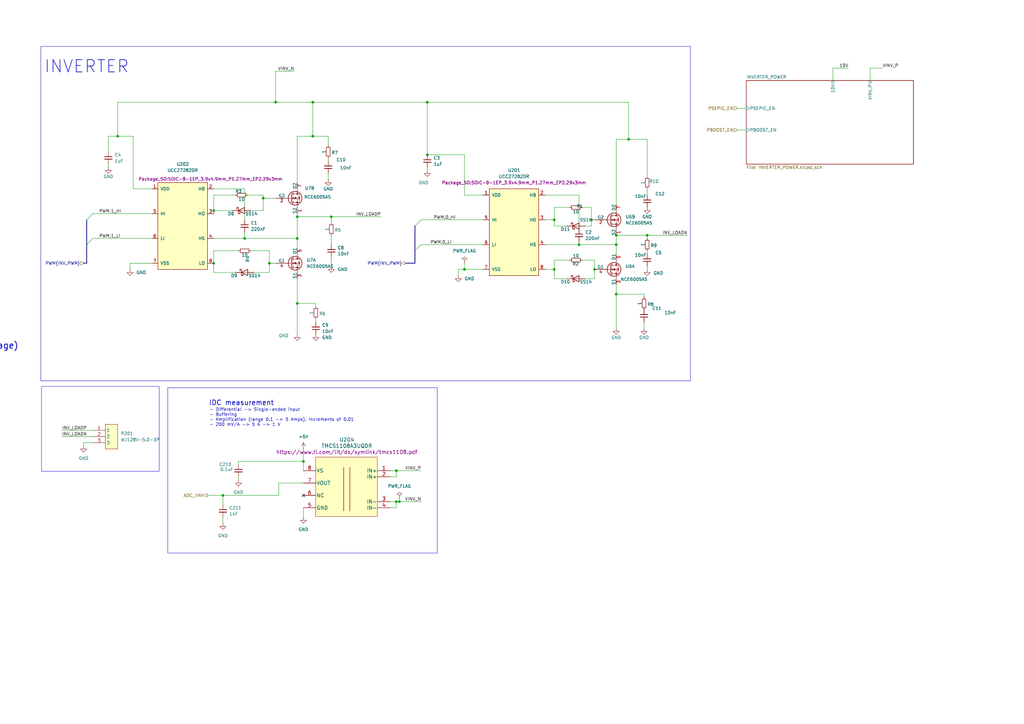
<source format=kicad_sch>
(kicad_sch (version 20250114) (generator "eeschema") (generator_version "9.0")
  (paper "A3")
  (lib_symbols
    (symbol "Device:C_Small" (pin_numbers (hide yes)) (pin_names (offset 0.254) (hide yes))
      (property "Reference" "C" (at 0.254 1.778 0))
      (property "Value" "C_Small" (at 0.254 -2.032 0))
      (symbol "C_Small_0_1"
        (polyline (pts (xy -1.524 0.508) (xy 1.524 0.508)) (stroke (width 0.3048)))
        (polyline (pts (xy -1.524 -0.508) (xy 1.524 -0.508)) (stroke (width 0.3302)))
      )
      (symbol "C_Small_1_1"
        (pin passive line (at 0 2.54 270) (length 2.032) (name "~") (number "1"))
        (pin passive line (at 0 -2.54 90) (length 2.032) (name "~") (number "2"))
      )
    )
    (symbol "Device:R_Small" (pin_numbers (hide yes)) (pin_names (offset 0.254) (hide yes))
      (property "Reference" "R" (at 0 0 90))
      (property "Value" "R_Small" (at 1.778 0 90))
      (symbol "R_Small_0_1"
        (rectangle (start -0.762 1.778) (end 0.762 -1.778) (stroke (width 0.2032)))
      )
      (symbol "R_Small_1_1"
        (pin passive line (at 0 2.54 270) (length 0.762) (name "~") (number "1"))
        (pin passive line (at 0 -2.54 90) (length 0.762) (name "~") (number "2"))
      )
    )
    (symbol "Diode:SS14" (pin_numbers (hide yes)) (pin_names (offset 1.016) (hide yes))
      (property "Reference" "D" (at 0 2.54 0))
      (property "Value" "SS14" (at 0 -2.54 0))
      (symbol "SS14_0_1"
        (polyline (pts (xy -1.905 0.635) (xy -1.905 1.27) (xy -1.27 1.27) (xy -1.27 -1.27) (xy -0.635 -1.27) (xy -0.635 -0.635)) (stroke (width 0.254)))
        (polyline (pts (xy 1.27 1.27) (xy 1.27 -1.27) (xy -1.27 0) (xy 1.27 1.27)) (stroke (width 0.254)))
        (polyline (pts (xy 1.27 0) (xy -1.27 0)))
      )
      (symbol "SS14_1_1"
        (pin passive line (at -3.81 0 0) (length 2.54) (name "K") (number "1"))
        (pin passive line (at 3.81 0 180) (length 2.54) (name "A") (number "2"))
      )
    )
    (symbol "custom_mosfet:NCE6005AS" (pin_names (offset 0))
      (property "Reference" "U" (at 3.81 0 0))
      (property "Value" "NCE6005AS" (at 7.62 -2.54 0))
      (symbol "NCE6005AS_1_1"
        (polyline (pts (xy -3.81 0) (xy -2.286 0)))
        (polyline (pts (xy -2.286 1.905) (xy -2.286 -1.905) (xy -2.286 -1.905)) (stroke (width 0.254)))
        (polyline (pts (xy -1.778 2.286) (xy -1.778 1.27)) (stroke (width 0.254)))
        (polyline (pts (xy -1.778 1.778) (xy 0 1.778)))
        (polyline (pts (xy -1.778 0.508) (xy -1.778 -0.508)) (stroke (width 0.254)))
        (polyline (pts (xy -1.778 0) (xy 0 0)))
        (polyline (pts (xy -1.778 -1.27) (xy -1.778 -2.286)) (stroke (width 0.254)))
        (polyline (pts (xy -1.778 -1.778) (xy 0 -1.778)))
        (polyline (pts (xy -1.524 0) (xy -0.508 0.381) (xy -0.508 -0.381) (xy -1.524 0)) (fill (type outline)))
        (circle (center -0.889 0) (radius 2.8194) (stroke (width 0.254)))
        (polyline (pts (xy 0 3.81) (xy 0 1.778)))
        (circle (center 0 1.778) (radius 0.2794) (fill (type outline)))
        (polyline (pts (xy 0 -1.778) (xy 0 0)))
        (polyline (pts (xy 0 -1.778) (xy 0 -3.81)))
        (polyline (pts (xy 0 -1.778) (xy 0.762 -1.778) (xy 0.762 1.778) (xy 0 1.778)))
        (circle (center 0 -1.778) (radius 0.2794) (fill (type outline)))
        (polyline (pts (xy 0.254 0.508) (xy 0.381 0.381) (xy 1.143 0.381) (xy 1.27 0.254)))
        (polyline (pts (xy 0.762 0.381) (xy 0.381 -0.254) (xy 1.143 -0.254) (xy 0.762 0.381)))
        (pin input line (at -8.89 0 0) (length 5.08) (name "G1") (number "4"))
        (pin passive line (at 0 6.35 270) (length 2.54) (name "D1") (number "5"))
        (pin passive line (at 0 6.35 270) (length 2.54) (hide yes) (name "D1") (number "6"))
        (pin passive line (at 0 -6.35 90) (length 2.54) (name "S1") (number "3"))
      )
      (symbol "NCE6005AS_2_1"
        (polyline (pts (xy -3.81 0) (xy -2.286 0)))
        (polyline (pts (xy -2.286 1.905) (xy -2.286 -1.905) (xy -2.286 -1.905)) (stroke (width 0.254)))
        (polyline (pts (xy -1.778 2.286) (xy -1.778 1.27)) (stroke (width 0.254)))
        (polyline (pts (xy -1.778 1.778) (xy 0 1.778)))
        (polyline (pts (xy -1.778 0.508) (xy -1.778 -0.508)) (stroke (width 0.254)))
        (polyline (pts (xy -1.778 0) (xy 0 0)))
        (polyline (pts (xy -1.778 -1.27) (xy -1.778 -2.286)) (stroke (width 0.254)))
        (polyline (pts (xy -1.778 -1.778) (xy 0 -1.778)))
        (polyline (pts (xy -1.524 0) (xy -0.508 0.381) (xy -0.508 -0.381) (xy -1.524 0)) (fill (type outline)))
        (circle (center -0.889 0) (radius 2.8194) (stroke (width 0.254)))
        (polyline (pts (xy 0 3.81) (xy 0 1.778)))
        (circle (center 0 1.778) (radius 0.2794) (fill (type outline)))
        (polyline (pts (xy 0 -1.778) (xy 0 0)))
        (polyline (pts (xy 0 -1.778) (xy 0 -3.81)))
        (polyline (pts (xy 0 -1.778) (xy 0.762 -1.778) (xy 0.762 1.778) (xy 0 1.778)))
        (circle (center 0 -1.778) (radius 0.2794) (fill (type outline)))
        (polyline (pts (xy 0.254 0.508) (xy 0.381 0.381) (xy 1.143 0.381) (xy 1.27 0.254)))
        (polyline (pts (xy 0.762 0.381) (xy 0.381 -0.254) (xy 1.143 -0.254) (xy 0.762 0.381)))
        (pin input line (at -8.89 0 0) (length 5.08) (name "G2") (number "2"))
        (pin passive line (at 0 6.35 270) (length 2.54) (name "D2") (number "7"))
        (pin passive line (at 0 6.35 270) (length 2.54) (hide yes) (name "D2") (number "8"))
        (pin passive line (at 0 -6.35 90) (length 2.54) (name "S2") (number "1"))
      )
    )
    (symbol "iw-connector:WJ128V-5.0-3P"
      (property "Reference" "P" (at 0 0 0))
      (property "Value" "WJ128V-5.0-3P" (at 0 -10.16 0))
      (symbol "WJ128V-5.0-3P_0_1"
        (rectangle (start -5.08 5.08) (end 5.08 0) (fill (type background)))
      )
      (symbol "WJ128V-5.0-3P_1_1"
        (pin passive line (at -2.54 -5.08 90) (length 5.08) (name "1") (number "1"))
        (pin passive line (at 0 -5.08 90) (length 5.08) (name "2") (number "2"))
        (pin passive line (at 2.54 -5.08 90) (length 5.08) (name "3") (number "3"))
      )
    )
    (symbol "iw-power:TMCS1108A3UQDR" (pin_names (offset 0.254))
      (property "Reference" "U" (at 0 2.54 0))
      (property "Value" "TMCS1108A3UQDR" (at -6.35 5.08 0))
      (property "Datasheet" "https://www.ti.com/lit/ds/symlink/tmcs1108.pdf" (at 0 0 0))
      (symbol "TMCS1108A3UQDR_1_1"
        (rectangle (start 5.334 5.588) (end 30.48 -18.796) (fill (type background)))
        (polyline (pts (xy 16.51 1.27) (xy 16.51 -16.51)) (stroke (width 0.2032)))
        (polyline (pts (xy 19.05 1.27) (xy 19.05 -16.51)) (stroke (width 0.2032)))
        (pin passive line (at 0 0 0) (length 5.08) (name "IN+") (number "1"))
        (pin passive line (at 0 -2.54 0) (length 5.08) (name "IN+") (number "2"))
        (pin passive line (at 0 -12.7 0) (length 5.08) (name "IN-") (number "3"))
        (pin passive line (at 0 -15.24 0) (length 5.08) (name "IN-") (number "4"))
        (pin power_in line (at 35.56 0 180) (length 5.08) (name "VS") (number "8"))
        (pin output line (at 35.56 -5.08 180) (length 5.08) (name "VOUT") (number "7"))
        (pin no_connect line (at 35.56 -10.16 180) (length 5.08) (name "NC") (number "6"))
        (pin power_in line (at 35.56 -15.24 180) (length 5.08) (name "GND") (number "5"))
      )
    )
    (symbol "iw-power:UCC27282DR" (pin_names (offset 1.016))
      (property "Reference" "U3" (at 0 22.86 0))
      (property "Value" "UCC27282DR" (at 0 20.32 0))
      (property "Footprint" "Package_SO:SOIC-8-1EP_3.9x4.9mm_P1.27mm_EP2.29x3mm" (at 13.97 29.464 0))
      (symbol "UCC27282DR_0_1"
        (rectangle (start -10.16 17.78) (end 10.16 -17.78) (stroke (width 0.2032)) (fill (type background)))
      )
      (symbol "UCC27282DR_1_1"
        (pin power_in line (at -12.7 15.24 0) (length 2.54) (name "VDD") (number "1"))
        (pin input line (at -12.7 5.08 0) (length 2.54) (name "HI") (number "5"))
        (pin input line (at -12.7 -5.08 0) (length 2.54) (name "LI") (number "6"))
        (pin power_in line (at -12.7 -15.24 0) (length 2.54) (name "VSS") (number "7"))
        (pin passive line (at 12.7 15.24 180) (length 2.54) (name "HB") (number "2"))
        (pin output line (at 12.7 5.08 180) (length 2.54) (name "HO") (number "3"))
        (pin output line (at 12.7 -5.08 180) (length 2.54) (name "HS") (number "4"))
        (pin output line (at 12.7 -15.24 180) (length 2.54) (name "LO") (number "8"))
      )
    )
    (symbol "power:+6V" (power) (pin_numbers (hide yes)) (pin_names (offset 0) (hide yes))
      (property "Value" "+6V" (at 0 3.556 0))
      (symbol "+6V_0_1"
        (polyline (pts (xy -0.762 1.27) (xy 0 2.54)))
        (polyline (pts (xy 0 2.54) (xy 0.762 1.27)))
        (polyline (pts (xy 0 0) (xy 0 2.54)))
      )
      (symbol "+6V_1_1"
        (pin power_in line (at 0 0 90) (length 0) (name "~") (number "1"))
      )
    )
    (symbol "power:GND" (power) (pin_numbers (hide yes)) (pin_names (offset 0) (hide yes))
      (property "Value" "GND" (at 0 -3.81 0))
      (symbol "GND_0_1"
        (polyline (pts (xy 0 0) (xy 0 -1.27) (xy 1.27 -1.27) (xy 0 -2.54) (xy -1.27 -1.27) (xy 0 -1.27)))
      )
      (symbol "GND_1_1"
        (pin power_in line (at 0 0 270) (length 0) (name "~") (number "1"))
      )
    )
    (symbol "power:PWR_FLAG" (power) (pin_numbers (hide yes)) (pin_names (offset 0) (hide yes))
      (property "Value" "PWR_FLAG" (at 0 3.81 0))
      (symbol "PWR_FLAG_0_0"
        (pin power_out line (at 0 0 90) (length 0) (name "~") (number "1"))
      )
      (symbol "PWR_FLAG_0_1"
        (polyline (pts (xy 0 0) (xy 0 1.27) (xy -1.016 1.905) (xy 0 2.54) (xy 1.016 1.905) (xy 0 1.27)))
      )
    )
  )
  (rectangle (start 17.018 158.496) (end 65.278 193.294))
  (rectangle (start 16.764 19.05) (end 283.21 156.21))
  (rectangle (start 68.834 159.004) (end 179.324 226.822))
  (text "INVERTER" (at 35.56 27.432 0) (effects (font (size 5 5) (thickness 0.254) (bold yes))))
  (text "- Differential -> Single-ended input\n- Buffering\n- Amplification (range 0.1 -> 5 Amps), increments of 0.01\n- 200 mV/A -> 5 A -> 1 V" (at 85.852 171.196 0) (effects (font (size 1.27 1.27)) (justify left)))
  (text "Notes:\n- Make sure to correctly connect the bootstrap circuit (Hs to phase voltage)\n- Make sure to connect all 4 PWM inputs to different PWM drivers\n	=> ENSURE DEAD TIME WHEN DRIVING\n\nFET-DRIVER: Can take up to 100 V\nFETs: can take a Vds of up to 100 V\nCAPs: can take voltages up to 50 V\nRs: voltages up to 75 V" (at -144.78 154.178 0) (effects (font (size 2.54 2.54) (thickness 0.3175)) (justify left)))
  (text "IDC measurement" (at 99.06 165.354 0) (effects (font (size 2 2) (thickness 0.254) (bold yes))))
  (junction (at 227.33 90.17))
  (junction (at 265.43 96.52))
  (junction (at 113.03 41.91))
  (junction (at 87.63 86.36))
  (junction (at 175.26 41.91))
  (junction (at 252.73 120.65))
  (junction (at 100.33 97.79))
  (junction (at 190.5 110.49))
  (junction (at 124.46 189.23))
  (junction (at 128.27 41.91))
  (junction (at 257.81 57.15))
  (junction (at 91.44 203.2))
  (junction (at 243.84 110.49))
  (junction (at 107.95 81.28))
  (junction (at 162.56 193.04))
  (junction (at 237.49 100.33))
  (junction (at 110.49 107.95))
  (junction (at 121.92 97.79))
  (junction (at 175.26 63.5))
  (junction (at 48.26 55.88))
  (junction (at 227.33 110.49))
  (junction (at 252.73 96.52))
  (junction (at 121.92 88.9))
  (junction (at 252.73 100.33))
  (junction (at 135.89 88.9))
  (junction (at 128.27 55.88))
  (junction (at 242.57 90.17))
  (junction (at 162.56 205.74))
  (junction (at 121.92 124.46))
  (junction (at 87.63 107.95))
  (junction (at 163.83 205.74))
  (no_connect (at 124.46 203.2))
  (bus_entry (at 38.1 87.63) (size -2.54 2.54))
  (bus_entry (at 172.72 100.33) (size -2.54 2.54))
  (bus_entry (at 170.18 92.71) (size 2.54 -2.54))
  (bus_entry (at 38.1 97.79) (size -2.54 2.54))
  (wire (pts (xy 252.73 57.15) (xy 252.73 83.82)))
  (wire (pts (xy 162.56 195.58) (xy 162.56 193.04)))
  (wire (pts (xy 121.92 88.9) (xy 135.89 88.9)))
  (wire (pts (xy 265.43 57.15) (xy 265.43 72.39)))
  (wire (pts (xy 243.84 106.68) (xy 243.84 110.49)))
  (wire (pts (xy 97.79 189.23) (xy 97.79 190.5)))
  (wire (pts (xy 172.72 100.33) (xy 198.12 100.33)))
  (wire (pts (xy 223.52 90.17) (xy 227.33 90.17)))
  (wire (pts (xy 252.73 96.52) (xy 265.43 96.52)))
  (wire (pts (xy 121.92 114.3) (xy 121.92 124.46)))
  (wire (pts (xy 175.26 41.91) (xy 175.26 63.5)))
  (wire (pts (xy 302.26 44.45) (xy 306.07 44.45)))
  (wire (pts (xy 227.33 92.71) (xy 232.41 92.71)))
  (wire (pts (xy 227.33 106.68) (xy 227.33 110.49)))
  (wire (pts (xy 257.81 57.15) (xy 265.43 57.15)))
  (wire (pts (xy 91.44 214.63) (xy 91.44 212.09)))
  (wire (pts (xy 113.03 41.91) (xy 128.27 41.91)))
  (wire (pts (xy 48.26 41.91) (xy 48.26 55.88)))
  (wire (pts (xy 62.23 107.95) (xy 53.34 107.95)))
  (wire (pts (xy 227.33 92.71) (xy 227.33 90.17)))
  (wire (pts (xy 160.02 205.74) (xy 162.56 205.74)))
  (wire (pts (xy 124.46 189.23) (xy 124.46 193.04)))
  (wire (pts (xy 172.72 90.17) (xy 198.12 90.17)))
  (wire (pts (xy 242.57 92.71) (xy 240.03 92.71)))
  (wire (pts (xy 162.56 208.28) (xy 162.56 205.74)))
  (bus (pts (xy 170.18 107.95) (xy 170.18 102.87)))
  (wire (pts (xy 264.16 120.65) (xy 264.16 121.92)))
  (wire (pts (xy 162.56 205.74) (xy 163.83 205.74)))
  (wire (pts (xy 121.92 55.88) (xy 121.92 74.93)))
  (wire (pts (xy 252.73 116.84) (xy 252.73 120.65)))
  (wire (pts (xy 252.73 120.65) (xy 264.16 120.65)))
  (wire (pts (xy 128.27 41.91) (xy 175.26 41.91)))
  (wire (pts (xy 38.1 97.79) (xy 62.23 97.79)))
  (wire (pts (xy 102.87 102.87) (xy 110.49 102.87)))
  (wire (pts (xy 160.02 195.58) (xy 162.56 195.58)))
  (wire (pts (xy 128.27 55.88) (xy 134.62 55.88)))
  (wire (pts (xy 91.44 207.01) (xy 91.44 203.2)))
  (wire (pts (xy 252.73 100.33) (xy 252.73 104.14)))
  (wire (pts (xy 237.49 99.06) (xy 237.49 100.33)))
  (wire (pts (xy 25.4 176.53) (xy 38.1 176.53)))
  (wire (pts (xy 252.73 96.52) (xy 252.73 100.33)))
  (wire (pts (xy 107.95 80.01) (xy 107.95 81.28)))
  (wire (pts (xy 257.81 41.91) (xy 257.81 57.15)))
  (wire (pts (xy 135.89 100.33) (xy 135.89 96.52)))
  (wire (pts (xy 265.43 110.49) (xy 265.43 109.22)))
  (wire (pts (xy 53.34 107.95) (xy 53.34 110.49)))
  (wire (pts (xy 25.4 179.07) (xy 38.1 179.07)))
  (wire (pts (xy 100.33 77.47) (xy 100.33 90.17)))
  (wire (pts (xy 265.43 96.52) (xy 265.43 97.79)))
  (wire (pts (xy 190.5 63.5) (xy 190.5 80.01)))
  (bus (pts (xy 166.37 107.95) (xy 170.18 107.95)))
  (wire (pts (xy 190.5 107.95) (xy 190.5 110.49)))
  (wire (pts (xy 97.79 189.23) (xy 124.46 189.23)))
  (wire (pts (xy 54.61 77.47) (xy 62.23 77.47)))
  (wire (pts (xy 102.87 86.36) (xy 107.95 86.36)))
  (wire (pts (xy 187.96 113.03) (xy 187.96 110.49)))
  (wire (pts (xy 237.49 100.33) (xy 252.73 100.33)))
  (wire (pts (xy 128.27 41.91) (xy 128.27 55.88)))
  (wire (pts (xy 104.14 111.76) (xy 110.49 111.76)))
  (wire (pts (xy 265.43 80.01) (xy 265.43 77.47)))
  (wire (pts (xy 121.92 87.63) (xy 121.92 88.9)))
  (wire (pts (xy 227.33 114.3) (xy 227.33 110.49)))
  (wire (pts (xy 134.62 73.66) (xy 134.62 71.12)))
  (bus (pts (xy 35.56 90.17) (xy 35.56 100.33)))
  (wire (pts (xy 87.63 111.76) (xy 87.63 107.95)))
  (wire (pts (xy 87.63 77.47) (xy 100.33 77.47)))
  (wire (pts (xy 242.57 90.17) (xy 243.84 90.17)))
  (wire (pts (xy 44.45 55.88) (xy 44.45 62.23)))
  (wire (pts (xy 110.49 102.87) (xy 110.49 107.95)))
  (wire (pts (xy 175.26 41.91) (xy 257.81 41.91)))
  (bus (pts (xy 35.56 100.33) (xy 35.56 107.95)))
  (wire (pts (xy 190.5 80.01) (xy 198.12 80.01)))
  (wire (pts (xy 121.92 124.46) (xy 121.92 137.16)))
  (wire (pts (xy 121.92 101.6) (xy 121.92 97.79)))
  (wire (pts (xy 114.3 203.2) (xy 114.3 198.12)))
  (bus (pts (xy 170.18 102.87) (xy 170.18 92.71)))
  (wire (pts (xy 87.63 102.87) (xy 87.63 107.95)))
  (wire (pts (xy 91.44 203.2) (xy 114.3 203.2)))
  (wire (pts (xy 107.95 81.28) (xy 107.95 86.36)))
  (wire (pts (xy 187.96 110.49) (xy 190.5 110.49)))
  (wire (pts (xy 175.26 63.5) (xy 190.5 63.5)))
  (wire (pts (xy 113.03 29.21) (xy 120.65 29.21)))
  (wire (pts (xy 252.73 57.15) (xy 257.81 57.15)))
  (wire (pts (xy 135.89 109.22) (xy 135.89 105.41)))
  (wire (pts (xy 232.41 114.3) (xy 227.33 114.3)))
  (wire (pts (xy 356.87 27.94) (xy 356.87 33.02)))
  (wire (pts (xy 162.56 193.04) (xy 160.02 193.04)))
  (wire (pts (xy 243.84 114.3) (xy 243.84 110.49)))
  (wire (pts (xy 87.63 86.36) (xy 95.25 86.36)))
  (wire (pts (xy 44.45 68.58) (xy 44.45 67.31)))
  (wire (pts (xy 54.61 55.88) (xy 54.61 77.47)))
  (wire (pts (xy 160.02 208.28) (xy 162.56 208.28)))
  (wire (pts (xy 124.46 184.15) (xy 124.46 189.23)))
  (wire (pts (xy 121.92 88.9) (xy 121.92 97.79)))
  (wire (pts (xy 100.33 97.79) (xy 121.92 97.79)))
  (wire (pts (xy 163.83 205.74) (xy 172.72 205.74)))
  (wire (pts (xy 227.33 85.09) (xy 233.68 85.09)))
  (wire (pts (xy 223.52 80.01) (xy 237.49 80.01)))
  (wire (pts (xy 264.16 134.62) (xy 264.16 132.08)))
  (wire (pts (xy 113.03 29.21) (xy 113.03 41.91)))
  (wire (pts (xy 341.63 27.94) (xy 341.63 33.02)))
  (wire (pts (xy 302.26 53.34) (xy 306.07 53.34)))
  (wire (pts (xy 238.76 85.09) (xy 242.57 85.09)))
  (wire (pts (xy 87.63 86.36) (xy 87.63 87.63)))
  (wire (pts (xy 97.79 196.85) (xy 97.79 195.58)))
  (wire (pts (xy 34.29 182.88) (xy 34.29 181.61)))
  (wire (pts (xy 129.54 130.81) (xy 129.54 132.08)))
  (wire (pts (xy 190.5 110.49) (xy 198.12 110.49)))
  (wire (pts (xy 227.33 90.17) (xy 227.33 85.09)))
  (wire (pts (xy 237.49 100.33) (xy 223.52 100.33)))
  (wire (pts (xy 34.29 181.61) (xy 38.1 181.61)))
  (wire (pts (xy 233.68 106.68) (xy 227.33 106.68)))
  (wire (pts (xy 341.63 27.94) (xy 347.98 27.94)))
  (wire (pts (xy 361.95 27.94) (xy 356.87 27.94)))
  (wire (pts (xy 129.54 124.46) (xy 129.54 125.73)))
  (wire (pts (xy 252.73 120.65) (xy 252.73 134.62)))
  (wire (pts (xy 101.6 80.01) (xy 107.95 80.01)))
  (wire (pts (xy 85.09 203.2) (xy 91.44 203.2)))
  (wire (pts (xy 38.1 87.63) (xy 62.23 87.63)))
  (wire (pts (xy 238.76 106.68) (xy 243.84 106.68)))
  (wire (pts (xy 100.33 95.25) (xy 100.33 97.79)))
  (wire (pts (xy 110.49 107.95) (xy 113.03 107.95)))
  (wire (pts (xy 134.62 66.04) (xy 134.62 64.77)))
  (wire (pts (xy 48.26 55.88) (xy 54.61 55.88)))
  (wire (pts (xy 134.62 59.69) (xy 134.62 55.88)))
  (wire (pts (xy 107.95 81.28) (xy 113.03 81.28)))
  (wire (pts (xy 121.92 55.88) (xy 128.27 55.88)))
  (wire (pts (xy 44.45 55.88) (xy 48.26 55.88)))
  (wire (pts (xy 242.57 92.71) (xy 242.57 90.17)))
  (wire (pts (xy 110.49 111.76) (xy 110.49 107.95)))
  (wire (pts (xy 135.89 88.9) (xy 156.21 88.9)))
  (wire (pts (xy 87.63 102.87) (xy 97.79 102.87)))
  (wire (pts (xy 163.83 204.47) (xy 163.83 205.74)))
  (wire (pts (xy 237.49 80.01) (xy 237.49 93.98)))
  (wire (pts (xy 87.63 80.01) (xy 87.63 86.36)))
  (wire (pts (xy 242.57 90.17) (xy 242.57 85.09)))
  (wire (pts (xy 48.26 41.91) (xy 113.03 41.91)))
  (bus (pts (xy 34.29 107.95) (xy 35.56 107.95)))
  (wire (pts (xy 135.89 88.9) (xy 135.89 91.44)))
  (wire (pts (xy 124.46 212.09) (xy 124.46 208.28)))
  (wire (pts (xy 175.26 68.58) (xy 175.26 69.85)))
  (wire (pts (xy 265.43 104.14) (xy 265.43 102.87)))
  (wire (pts (xy 100.33 97.79) (xy 87.63 97.79)))
  (wire (pts (xy 114.3 198.12) (xy 124.46 198.12)))
  (wire (pts (xy 87.63 111.76) (xy 96.52 111.76)))
  (wire (pts (xy 227.33 110.49) (xy 223.52 110.49)))
  (wire (pts (xy 240.03 114.3) (xy 243.84 114.3)))
  (wire (pts (xy 265.43 96.52) (xy 281.94 96.52)))
  (wire (pts (xy 172.72 193.04) (xy 162.56 193.04)))
  (wire (pts (xy 87.63 80.01) (xy 96.52 80.01)))
  (wire (pts (xy 121.92 124.46) (xy 129.54 124.46)))
  (label "VINV_P" (at 361.95 27.94 0))
  (label "VINV_P" (at 172.72 193.04 180))
  (label "INV_LOADN" (at 25.4 179.07 0))
  (label "INV_LOADN" (at 281.94 96.52 180))
  (label "INV_LOADP" (at 25.4 176.53 0))
  (label "VINV_N" (at 172.72 205.74 180))
  (label "10V" (at 347.98 27.94 180))
  (label "PWM.0_LI" (at 176.53 100.33 0))
  (label "PWM.1_HI" (at 40.64 87.63 0))
  (label "PWM.1_LI" (at 40.64 97.79 0))
  (label "VINV_N" (at 120.65 29.21 180))
  (label "PWM.0_HI" (at 177.8 90.17 0))
  (label "INV_LOADP" (at 156.21 88.9 180))
  (hierarchical_label "PWM{INV_PWM}" (shape input) (at 34.29 107.95 180))
  (hierarchical_label "PBOOST_EN" (shape input) (at 302.26 53.34 180))
  (hierarchical_label "PWM{INV_PWM}" (shape bidirectional) (at 166.37 107.95 180))
  (hierarchical_label "ADC_IINV" (shape output) (at 85.09 203.2 180))
  (hierarchical_label "PSEPIC_EN" (shape input) (at 302.26 44.45 180))
  (symbol (lib_id "Device:C_Small") (at 44.45 64.77 0) (unit 1)
    (property "Reference" "C4" (at 46.99 63.5062 0) (effects (justify left)))
    (property "Value" "1uF" (at 46.99 66.0462 0) (effects (justify left)))
    (property "Footprint" "Capacitor_SMD:C_0805_2012Metric" (effects (hide yes)))
    (property "Description" "Unpolarized capacitor, small symbol" (effects (hide yes)))
    (property "Manufacturing Part Number" "CL21B105KBFNNNE" (effects (hide yes)))
    (property "LCSC Part Number" "C28323" (effects (hide yes)))
  )
  (symbol (lib_id "Device:R_Small") (at 135.89 93.98 180) (unit 1)
    (property "Reference" "R5" (at 138.557 94.361 0))
    (property "Value" "1" (at 134.112 93.98 90))
    (property "Footprint" "Capacitor_SMD:C_0603_1608Metric" (effects (hide yes)))
    (property "Description" "Resistor, small symbol" (effects (hide yes)))
    (property "LCSC Part Number" "C22936" (effects (hide yes)))
    (property "Manufacturing Part Number" "0603WAF100KT5E" (effects (hide yes)))
  )
  (symbol (lib_id "Device:R_Small") (at 100.33 102.87 270) (unit 1)
    (property "Reference" "R4" (at 101.6 104.902 0) (effects (justify left)))
    (property "Value" "10" (at 100.33 104.648 90))
    (property "Footprint" "Resistor_SMD:R_1206_3216Metric" (effects (hide yes)))
    (property "Description" "Resistor, small symbol" (effects (hide yes)))
    (property "LCSC Part Number" "C17903" (effects (hide yes)))
    (property "Manufacturing Part Number" "1206W4F100JT5E" (effects (hide yes)))
  )
  (symbol (lib_id "Device:R_Small") (at 134.62 62.23 180) (unit 1)
    (property "Reference" "R7" (at 137.287 62.611 0))
    (property "Value" "1" (at 132.842 62.23 90))
    (property "Footprint" "Capacitor_SMD:C_0603_1608Metric" (effects (hide yes)))
    (property "Description" "Resistor, small symbol" (effects (hide yes)))
    (property "LCSC Part Number" "C22936" (effects (hide yes)))
    (property "Manufacturing Part Number" "0603WAF100KT5E" (effects (hide yes)))
  )
  (symbol (lib_id "power:GND") (at 135.89 109.22 0) (unit 1)
    (property "Reference" "#PWR011" (effects (hide yes)))
    (property "Value" "GND" (at 138.43 110.4899 0) (effects (justify left)))
    (property "Description" "Power symbol creates a global label with name \"GND\" , ground" (effects (hide yes)))
  )
  (symbol (lib_id "power:GND") (at 252.73 134.62 0) (unit 1)
    (property "Reference" "#PWR09" (effects (hide yes)))
    (property "Value" "GND" (at 252.73 138.43 0))
    (property "Description" "Power symbol creates a global label with name \"GND\" , ground" (effects (hide yes)))
  )
  (symbol (lib_id "Diode:SS14") (at 100.33 111.76 0) (unit 1)
    (property "Reference" "D9" (at 96.012 113.03 0))
    (property "Value" "SS14" (at 104.394 113.03 0))
    (property "Footprint" "Diode_SMD:D_SMA" (effects (hide yes)))
    (property "Datasheet" "https://www.vishay.com/docs/88746/ss12.pdf" (effects (hide yes)))
    (property "Description" "40V 1A Schottky Diode, SMA" (effects (hide yes)))
    (property "LPN" "C2480" (effects (hide yes)))
    (property "MPN" "SS14" (effects (hide yes)))
  )
  (symbol (lib_id "Device:R_Small") (at 265.43 100.33 180) (unit 1)
    (property "Reference" "R9" (at 268.097 100.711 0))
    (property "Value" "1" (at 263.652 100.33 90))
    (property "Footprint" "Capacitor_SMD:C_0603_1608Metric" (effects (hide yes)))
    (property "Description" "Resistor, small symbol" (effects (hide yes)))
    (property "LCSC Part Number" "C22936" (effects (hide yes)))
    (property "Manufacturing Part Number" "0603WAF100KT5E" (effects (hide yes)))
  )
  (symbol (lib_id "power:GND") (at 129.54 137.16 0) (unit 1)
    (property "Reference" "#PWR012" (effects (hide yes)))
    (property "Value" "GND" (at 132.08 138.4299 0) (effects (justify left)))
    (property "Description" "Power symbol creates a global label with name \"GND\" , ground" (effects (hide yes)))
  )
  (symbol (lib_id "Device:C_Small") (at 91.44 209.55 0) (unit 1)
    (property "Reference" "C211" (at 93.98 208.2862 0) (effects (justify left)))
    (property "Value" "1nF" (at 93.98 210.8262 0) (effects (justify left)))
    (property "Footprint" "Capacitor_SMD:C_0402_1005Metric" (effects (hide yes)))
    (property "Datasheet" "https://jlcpcb.com/api/file/downloadByFileSystemAccessId/8579707266641018880" (effects (hide yes)))
    (property "Description" "Unpolarized capacitor, small symbol" (effects (hide yes)))
    (property "LPN" "C1523" (effects (hide yes)))
    (property "MPN" "0402B102K500NT" (effects (hide yes)))
  )
  (symbol (lib_id "iw-power:UCC27282DR") (at 74.93 92.71 0) (unit 1)
    (property "Reference" "U202" (at 74.93 67.31 0))
    (property "Value" "UCC27282DR" (at 74.93 69.85 0))
    (property "Footprint" "Package_SO:SOIC-8-1EP_3.9x4.9mm_P1.27mm_EP2.29x3mm" (at 86.36 73.406 0))
    (property "Datasheet" "https://www.ti.com/lit/ds/symlink/ucc27282.pdf?ts=1746889589197&ref_url=https%253A%252F%252Fwww.ti.com%252Fproduct%252Fde-de%252FUCC27282" (effects (hide yes)))
    (property "LCSC Part Number" "C2867844" (effects (hide yes)))
    (property "MPN" "UCC27282DR" (effects (hide yes)))
  )
  (symbol (lib_id "Device:C_Small") (at 135.89 102.87 180) (unit 1)
    (property "Reference" "C8" (at 138.43 101.5935 0) (effects (justify right)))
    (property "Value" "10nF" (at 138.43 104.1335 0) (effects (justify right)))
    (property "Footprint" "Capacitor_SMD:C_0402_1005Metric" (effects (hide yes)))
    (property "Description" "Unpolarized capacitor, small symbol" (effects (hide yes)))
    (property "LCSC Part Number" "C15195" (effects (hide yes)))
  )
  (symbol (lib_id "Device:R_Small") (at 264.16 124.46 180) (unit 1)
    (property "Reference" "R8" (at 266.827 124.841 0))
    (property "Value" "1" (at 262.382 124.46 90))
    (property "Footprint" "Capacitor_SMD:C_0603_1608Metric" (effects (hide yes)))
    (property "Description" "Resistor, small symbol" (effects (hide yes)))
    (property "LCSC Part Number" "C22936" (effects (hide yes)))
    (property "Manufacturing Part Number" "0603WAF100KT5E" (effects (hide yes)))
  )
  (symbol (lib_id "Device:R_Small") (at 236.22 106.68 90) (unit 1)
    (property "Reference" "R2" (at 237.49 108.204 90) (effects (justify left)))
    (property "Value" "10" (at 236.22 104.902 90))
    (property "Footprint" "Resistor_SMD:R_1206_3216Metric" (effects (hide yes)))
    (property "Description" "Resistor, small symbol" (effects (hide yes)))
    (property "LCSC Part Number" "C17903" (effects (hide yes)))
    (property "Manufacturing Part Number" "1206W4F100JT5E" (effects (hide yes)))
  )
  (symbol (lib_id "power:GND") (at 175.26 69.85 0) (unit 1)
    (property "Reference" "#PWR06" (effects (hide yes)))
    (property "Value" "GND" (at 173.736 74.93 0))
    (property "Description" "Power symbol creates a global label with name \"GND\" , ground" (effects (hide yes)))
  )
  (symbol (lib_id "Device:C_Small") (at 134.62 68.58 180) (unit 1)
    (property "Reference" "C10" (at 137.922 65.532 0) (effects (justify right)))
    (property "Value" "10nF" (at 144.272 68.834 0) (effects (justify left)))
    (property "Footprint" "Capacitor_SMD:C_0402_1005Metric" (effects (hide yes)))
    (property "Description" "Unpolarized capacitor, small symbol" (effects (hide yes)))
    (property "LCSC Part Number" "C15195" (effects (hide yes)))
    (property "Manufacturing Part Number" "CL05B103KB5NNNC" (effects (hide yes)))
  )
  (symbol (lib_id "power:GND") (at 34.29 182.88 0) (unit 1)
    (property "Reference" "#PWR0201" (effects (hide yes)))
    (property "Value" "GND" (at 34.29 187.96 0))
    (property "Description" "Power symbol creates a global label with name \"GND\" , ground" (effects (hide yes)))
  )
  (symbol (lib_id "custom_mosfet:NCE6005AS") (at 252.73 90.17 0) (unit 2)
    (property "Reference" "U6" (at 256.54 88.8999 0) (effects (justify left)))
    (property "Value" "NCE6005AS" (at 256.54 91.4399 0) (effects (justify left)))
    (property "Footprint" "Package_SO:SOIC-8_3.9x4.9mm_P1.27mm" (effects (hide yes)))
    (property "Datasheet" "https://jlcpcb.com/api/file/downloadByFileSystemAccessId/8588881119395647488" (effects (hide yes)))
    (property "Description" "Dual N-channel Power MOSFET." (effects (hide yes)))
    (property "MPN" "NCE6005AS" (effects (hide yes)))
    (property "LPN" "C126151" (effects (hide yes)))
  )
  (symbol (lib_id "power:GND") (at 91.44 214.63 0) (unit 1)
    (property "Reference" "#PWR0207" (effects (hide yes)))
    (property "Value" "GND" (at 91.44 219.71 0))
    (property "Description" "Power symbol creates a global label with name \"GND\" , ground" (effects (hide yes)))
  )
  (symbol (lib_id "power:GND") (at 97.79 196.85 0) (unit 1)
    (property "Reference" "#PWR0205" (effects (hide yes)))
    (property "Value" "GND" (at 97.79 201.93 0))
    (property "Description" "Power symbol creates a global label with name \"GND\" , ground" (effects (hide yes)))
  )
  (symbol (lib_id "power:GND") (at 264.16 134.62 0) (unit 1)
    (property "Reference" "#PWR015" (effects (hide yes)))
    (property "Value" "GND" (at 264.16 138.43 0))
    (property "Description" "Power symbol creates a global label with name \"GND\" , ground" (effects (hide yes)))
  )
  (symbol (lib_id "power:GND") (at 44.45 68.58 0) (unit 1)
    (property "Reference" "#PWR05" (effects (hide yes)))
    (property "Value" "GND" (at 44.45 72.39 0))
    (property "Description" "Power symbol creates a global label with name \"GND\" , ground" (effects (hide yes)))
  )
  (symbol (lib_id "Device:R_Small") (at 265.43 74.93 180) (unit 1)
    (property "Reference" "R10" (at 268.224 74.422 0))
    (property "Value" "1" (at 263.652 74.93 90))
    (property "Footprint" "Capacitor_SMD:C_0603_1608Metric" (effects (hide yes)))
    (property "Description" "Resistor, small symbol" (effects (hide yes)))
    (property "LCSC Part Number" "C22936" (effects (hide yes)))
    (property "Manufacturing Part Number" "0603WAF100KT5E" (effects (hide yes)))
  )
  (symbol (lib_id "power:GND") (at 134.62 73.66 0) (unit 1)
    (property "Reference" "#PWR013" (effects (hide yes)))
    (property "Value" "GND" (at 134.62 77.47 0))
    (property "Description" "Power symbol creates a global label with name \"GND\" , ground" (effects (hide yes)))
  )
  (symbol (lib_id "power:GND") (at 265.43 85.09 0) (unit 1)
    (property "Reference" "#PWR017" (effects (hide yes)))
    (property "Value" "GND" (at 265.43 88.9 0))
    (property "Description" "Power symbol creates a global label with name \"GND\" , ground" (effects (hide yes)))
  )
  (symbol (lib_id "Diode:SS14") (at 236.22 92.71 0) (unit 1)
    (property "Reference" "D11" (at 231.902 93.98 0))
    (property "Value" "SS14" (at 240.284 90.17 0))
    (property "Footprint" "Diode_SMD:D_SMA" (effects (hide yes)))
    (property "Datasheet" "https://www.vishay.com/docs/88746/ss12.pdf" (effects (hide yes)))
    (property "Description" "40V 1A Schottky Diode, SMA" (effects (hide yes)))
    (property "LPN" "C2480" (effects (hide yes)))
    (property "MPN" "SS14" (effects (hide yes)))
  )
  (symbol (lib_id "custom_mosfet:NCE6005AS") (at 121.92 81.28 0) (unit 2)
    (property "Reference" "U7" (at 124.968 77.216 0) (effects (justify left)))
    (property "Value" "NCE6005AS" (at 124.714 80.772 0) (effects (justify left)))
    (property "Footprint" "Package_SO:SOIC-8_3.9x4.9mm_P1.27mm" (effects (hide yes)))
    (property "Description" "Dual N-channel Power MOSFET." (effects (hide yes)))
    (property "MPN" "NCE6005AS" (effects (hide yes)))
  )
  (symbol (lib_id "Device:R_Small") (at 129.54 128.27 180) (unit 1)
    (property "Reference" "R6" (at 132.207 128.651 0))
    (property "Value" "1" (at 127.762 128.27 90))
    (property "Footprint" "Capacitor_SMD:C_0603_1608Metric" (effects (hide yes)))
    (property "Description" "Resistor, small symbol" (effects (hide yes)))
    (property "LCSC Part Number" "C22936" (effects (hide yes)))
    (property "Manufacturing Part Number" "0603WAF100KT5E" (effects (hide yes)))
  )
  (symbol (lib_id "iw-connector:WJ128V-5.0-3P") (at 43.18 179.07 270) (unit 1)
    (property "Reference" "P201" (at 49.53 177.7999 90) (effects (justify left)))
    (property "Value" "WJ128V-5.0-3P" (at 49.53 180.3399 90) (effects (justify left)))
    (property "Footprint" "iw-connector:WJ128V-5.0-3P" (effects (hide yes)))
    (property "Datasheet" "https://lcsc.com/product-detail/Terminal-Blocks_WJ128V-5-0-3P_C8270.html" (effects (hide yes)))
    (property "LPN" "C8270" (effects (hide yes)))
    (property "MPN" "WJ128V-5.0-3P " (effects (hide yes)))
  )
  (symbol (lib_id "power:PWR_FLAG") (at 163.83 204.47 0) (unit 1)
    (property "Reference" "#FLG0202" (effects (hide yes)))
    (property "Value" "PWR_FLAG" (at 163.83 199.39 0))
    (property "Description" "Special symbol for telling ERC where power comes from" (effects (hide yes)))
  )
  (symbol (lib_id "Diode:SS14") (at 99.06 86.36 0) (unit 1)
    (property "Reference" "D8" (at 94.742 87.63 0))
    (property "Value" "SS14" (at 103.124 87.63 0))
    (property "Footprint" "Diode_SMD:D_SMA" (effects (hide yes)))
    (property "Datasheet" "https://www.vishay.com/docs/88746/ss12.pdf" (effects (hide yes)))
    (property "Description" "40V 1A Schottky Diode, SMA" (effects (hide yes)))
    (property "LPN" "C2480" (effects (hide yes)))
    (property "MPN" "SS14" (effects (hide yes)))
  )
  (symbol (lib_id "Device:C_Small") (at 265.43 82.55 180) (unit 1)
    (property "Reference" "C12" (at 268.732 79.502 0) (effects (justify right)))
    (property "Value" "10nF" (at 265.176 80.518 0) (effects (justify left)))
    (property "Footprint" "Capacitor_SMD:C_0402_1005Metric" (effects (hide yes)))
    (property "Description" "Unpolarized capacitor, small symbol" (effects (hide yes)))
    (property "LCSC Part Number" "C15195" (effects (hide yes)))
    (property "Manufacturing Part Number" "CL05B103KB5NNNC" (effects (hide yes)))
  )
  (symbol (lib_id "power:GND") (at 53.34 110.49 0) (unit 1)
    (property "Reference" "#PWR04" (effects (hide yes)))
    (property "Value" "GND" (at 55.88 111.7599 0) (effects (justify left)))
    (property "Description" "Power symbol creates a global label with name \"GND\" , ground" (effects (hide yes)))
  )
  (symbol (lib_id "custom_mosfet:NCE6005AS") (at 121.92 107.95 0) (unit 1)
    (property "Reference" "U7" (at 125.73 106.6799 0) (effects (justify left)))
    (property "Value" "NCE6005AS" (at 125.73 109.2199 0) (effects (justify left)))
    (property "Footprint" "Package_SO:SOIC-8_3.9x4.9mm_P1.27mm" (effects (hide yes)))
    (property "Description" "Dual N-channel Power MOSFET." (effects (hide yes)))
    (property "MPN" "NCE6005AS" (effects (hide yes)))
  )
  (symbol (lib_id "Device:C_Small") (at 237.49 96.52 0) (unit 1)
    (property "Reference" "C2" (at 240.03 95.2562 0) (effects (justify left)))
    (property "Value" "220nF" (at 240.03 97.7962 0) (effects (justify left)))
    (property "Footprint" "Capacitor_SMD:C_0805_2012Metric" (effects (hide yes)))
    (property "Description" "Unpolarized capacitor, small symbol" (effects (hide yes)))
    (property "LCSC Part Number" "C5378" (effects (hide yes)))
    (property "Manufacturing Part Number" "CL21B224KBFNNNE" (effects (hide yes)))
  )
  (symbol (lib_id "iw-power:UCC27282DR") (at 210.82 95.25 0) (unit 1)
    (property "Reference" "U201" (at 210.82 69.85 0))
    (property "Value" "UCC27282DR" (at 210.82 72.39 0))
    (property "Footprint" "Package_SO:SOIC-8-1EP_3.9x4.9mm_P1.27mm_EP2.29x3mm" (at 210.82 74.93 0))
    (property "Datasheet" "https://www.ti.com/lit/ds/symlink/ucc27282.pdf?ts=1746889589197&ref_url=https%253A%252F%252Fwww.ti.com%252Fproduct%252Fde-de%252FUCC27282" (effects (hide yes)))
    (property "LCSC Part Number" "C2867844" (effects (hide yes)))
    (property "MPN" "UCC27282DR" (effects (hide yes)))
  )
  (symbol (lib_id "Device:C_Small") (at 129.54 134.62 180) (unit 1)
    (property "Reference" "C9" (at 132.08 133.3435 0) (effects (justify right)))
    (property "Value" "10nF" (at 132.08 135.8835 0) (effects (justify right)))
    (property "Footprint" "Capacitor_SMD:C_0402_1005Metric" (effects (hide yes)))
    (property "Description" "Unpolarized capacitor, small symbol" (effects (hide yes)))
    (property "LCSC Part Number" "C15195" (effects (hide yes)))
  )
  (symbol (lib_id "Device:C_Small") (at 264.16 129.54 180) (unit 1)
    (property "Reference" "C11" (at 267.462 126.492 0) (effects (justify right)))
    (property "Value" "10nF" (at 277.368 128.27 0) (effects (justify left)))
    (property "Footprint" "Capacitor_SMD:C_0402_1005Metric" (effects (hide yes)))
    (property "Description" "Unpolarized capacitor, small symbol" (effects (hide yes)))
    (property "LCSC Part Number" "C15195" (effects (hide yes)))
  )
  (symbol (lib_id "Device:R_Small") (at 236.22 85.09 270) (unit 1)
    (property "Reference" "R1" (at 236.474 84.582 90) (effects (justify left)))
    (property "Value" "10" (at 236.22 86.868 90))
    (property "Footprint" "Resistor_SMD:R_1206_3216Metric" (effects (hide yes)))
    (property "Datasheet" "https://jlcpcb.com/api/file/downloadByFileSystemAccessId/8579705879345881088" (effects (hide yes)))
    (property "Description" "250mW" (effects (hide yes)))
    (property "LCSC Part Number" "C17903" (effects (hide yes)))
    (property "Manufacturing Part Number" "1206W4F100JT5E" (effects (hide yes)))
  )
  (symbol (lib_id "Device:R_Small") (at 99.06 80.01 270) (unit 1)
    (property "Reference" "R3" (at 96.52 78.486 90) (effects (justify left)))
    (property "Value" "10" (at 99.06 81.788 90))
    (property "Footprint" "Resistor_SMD:R_1206_3216Metric" (effects (hide yes)))
    (property "Description" "Resistor, small symbol" (effects (hide yes)))
    (property "LCSC Part Number" "C17903" (effects (hide yes)))
    (property "Manufacturing Part Number" "1206W4F100JT5E" (effects (hide yes)))
  )
  (symbol (lib_id "power:GND") (at 265.43 110.49 0) (unit 1)
    (property "Reference" "#PWR016" (effects (hide yes)))
    (property "Value" "GND" (at 270.002 112.014 0))
    (property "Description" "Power symbol creates a global label with name \"GND\" , ground" (effects (hide yes)))
  )
  (symbol (lib_id "Device:C_Small") (at 175.26 66.04 0) (unit 1)
    (property "Reference" "C3" (at 177.8 64.7762 0) (effects (justify left)))
    (property "Value" "1uF" (at 177.8 67.3162 0) (effects (justify left)))
    (property "Footprint" "Capacitor_SMD:C_0805_2012Metric" (effects (hide yes)))
    (property "Description" "Unpolarized capacitor, small symbol" (effects (hide yes)))
    (property "Manufacturing Part Number" "CL21B105KBFNNNE" (effects (hide yes)))
    (property "LCSC Part Number" "C28323" (effects (hide yes)))
  )
  (symbol (lib_id "Device:C_Small") (at 97.79 193.04 0) (mirror y) (unit 1)
    (property "Reference" "C210" (at 94.996 190.5 0) (effects (justify left)))
    (property "Value" "0.1uF" (at 95.758 192.532 0) (effects (justify left)))
    (property "Footprint" "Capacitor_SMD:C_0402_1005Metric" (effects (hide yes)))
    (property "Datasheet" "https://jlcpcb.com/api/file/downloadByFileSystemAccessId/8603345729432014848" (effects (hide yes)))
    (property "Description" "Unpolarized capacitor, small symbol" (effects (hide yes)))
    (property "LPN" "C307331" (effects (hide yes)))
    (property "MPN" "CL05B104KB54PNC" (effects (hide yes)))
  )
  (symbol (lib_id "power:PWR_FLAG") (at 190.5 107.95 0) (unit 1)
    (property "Reference" "#FLG0201" (effects (hide yes)))
    (property "Value" "PWR_FLAG" (at 190.5 102.87 0))
    (property "Description" "Special symbol for telling ERC where power comes from" (effects (hide yes)))
  )
  (symbol (lib_id "power:GND") (at 121.92 137.16 0) (unit 1)
    (property "Reference" "#PWR010" (effects (hide yes)))
    (property "Value" "GND" (at 114.3 137.668 0) (effects (justify left)))
    (property "Description" "Power symbol creates a global label with name \"GND\" , ground" (effects (hide yes)))
  )
  (symbol (lib_id "Diode:SS14") (at 236.22 114.3 0) (unit 1)
    (property "Reference" "D10" (at 231.902 115.57 0))
    (property "Value" "SS14" (at 240.284 115.57 0))
    (property "Footprint" "Diode_SMD:D_SMA" (effects (hide yes)))
    (property "Datasheet" "https://www.vishay.com/docs/88746/ss12.pdf" (effects (hide yes)))
    (property "Description" "40V 1A Schottky Diode, SMA" (effects (hide yes)))
    (property "LPN" "C2480" (effects (hide yes)))
    (property "MPN" "SS14" (effects (hide yes)))
  )
  (symbol (lib_id "power:GND") (at 124.46 212.09 0) (unit 1)
    (property "Reference" "#PWR0208" (effects (hide yes)))
    (property "Value" "GND" (at 124.46 217.17 0))
    (property "Description" "Power symbol creates a global label with name \"GND\" , ground" (effects (hide yes)))
  )
  (symbol (lib_id "iw-power:TMCS1108A3UQDR") (at 160.02 193.04 0) (mirror y) (unit 1)
    (property "Reference" "U204" (at 142.24 180.34 0) (effects (font (size 1.524 1.524))))
    (property "Value" "TMCS1108A3UQDR" (at 142.24 182.88 0) (effects (font (size 1.524 1.524))))
    (property "Footprint" "iw-power:TMCS1108A3UQDR" (effects (hide yes)))
    (property "Datasheet" "https://www.ti.com/lit/ds/symlink/tmcs1108.pdf" (at 142.24 185.42 0) (effects (font (size 1.524 1.524))))
    (property "Description" "200 mV/A, 7.5 A max hal sensor (Zout ~= 0)" (effects (hide yes)))
    (property "LPN" "C3684263" (effects (hide yes)))
    (property "MPN" "TMCS1108A3UQDR" (effects (hide yes)))
  )
  (symbol (lib_id "Device:C_Small") (at 100.33 92.71 0) (unit 1)
    (property "Reference" "C1" (at 102.87 91.4462 0) (effects (justify left)))
    (property "Value" "220nF" (at 102.87 93.9862 0) (effects (justify left)))
    (property "Footprint" "Capacitor_SMD:C_0805_2012Metric" (effects (hide yes)))
    (property "Description" "Unpolarized capacitor, small symbol" (effects (hide yes)))
    (property "LCSC Part Number" "C5378" (effects (hide yes)))
    (property "Manufacturing Part Number" "CL21B224KBFNNNE" (effects (hide yes)))
  )
  (symbol (lib_id "power:+6V") (at 124.46 184.15 0) (unit 1)
    (property "Reference" "#PWR0202" (effects (hide yes)))
    (property "Value" "+6V" (at 124.46 179.07 0))
    (property "Description" "Power symbol creates a global label with name \"+6V\"" (effects (hide yes)))
  )
  (symbol (lib_id "Device:C_Small") (at 265.43 106.68 180) (unit 1)
    (property "Reference" "C6" (at 268.732 103.632 0) (effects (justify right)))
    (property "Value" "10nF" (at 265.176 104.648 0) (effects (justify left)))
    (property "Footprint" "Capacitor_SMD:C_0402_1005Metric" (effects (hide yes)))
    (property "Description" "Unpolarized capacitor, small symbol" (effects (hide yes)))
    (property "LCSC Part Number" "C15195" (effects (hide yes)))
  )
  (symbol (lib_id "power:GND") (at 187.96 113.03 0) (unit 1)
    (property "Reference" "#PWR03" (effects (hide yes)))
    (property "Value" "GND" (at 190.5 114.2999 0) (effects (justify left)))
    (property "Description" "Power symbol creates a global label with name \"GND\" , ground" (effects (hide yes)))
  )
  (symbol (lib_id "custom_mosfet:NCE6005AS") (at 252.73 110.49 0) (unit 1)
    (property "Reference" "U6" (at 256.54 109.2199 0) (effects (justify left)))
    (property "Value" "NCE6005AS" (at 254.508 114.554 0) (effects (justify left)))
    (property "Footprint" "Package_SO:SOIC-8_3.9x4.9mm_P1.27mm" (effects (hide yes)))
    (property "Datasheet" "https://jlcpcb.com/api/file/downloadByFileSystemAccessId/8588881119395647488" (effects (hide yes)))
    (property "Description" "Dual N-channel Power MOSFET." (effects (hide yes)))
    (property "MPN" "NCE6005AS" (effects (hide yes)))
    (property "LPN" "C126151" (effects (hide yes)))
  )
  (sheet (at 306.07 33.02) (size 68.58 34.29) (stroke (width 0.1524))
    (property "Sheetname" "INVERTER_POWER" (at 306.07 32.3084 0) (effects (justify left bottom)))
    (property "Sheetfile" "INVERTER_POWER.kicad_sch" (at 306.07 67.8946 0) (effects (justify left top)))
    (pin "10V" bidirectional (at 341.63 33.02 90))
    (pin "VINV_P" bidirectional (at 356.87 33.02 90))
    (pin "PSEPIC_EN" input (at 306.07 44.45 180))
    (pin "PBOOST_EN" input (at 306.07 53.34 180))
  )
)
</source>
